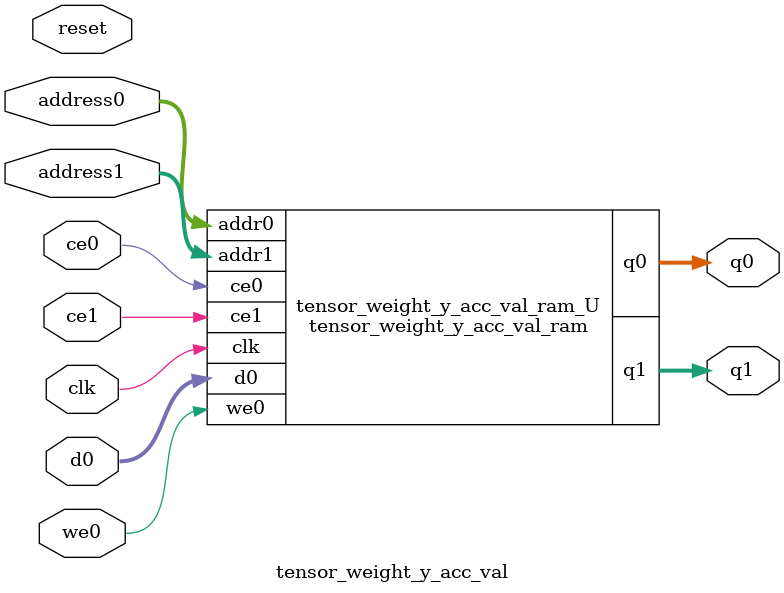
<source format=v>
`timescale 1 ns / 1 ps
module tensor_weight_y_acc_val_ram (addr0, ce0, d0, we0, q0, addr1, ce1, q1,  clk);

parameter DWIDTH = 32;
parameter AWIDTH = 3;
parameter MEM_SIZE = 6;

input[AWIDTH-1:0] addr0;
input ce0;
input[DWIDTH-1:0] d0;
input we0;
output reg[DWIDTH-1:0] q0;
input[AWIDTH-1:0] addr1;
input ce1;
output reg[DWIDTH-1:0] q1;
input clk;

(* ram_style = "distributed" *)reg [DWIDTH-1:0] ram[0:MEM_SIZE-1];




always @(posedge clk)  
begin 
    if (ce0) 
    begin
        if (we0) 
        begin 
            ram[addr0] <= d0; 
        end 
        q0 <= ram[addr0];
    end
end


always @(posedge clk)  
begin 
    if (ce1) 
    begin
        q1 <= ram[addr1];
    end
end


endmodule

`timescale 1 ns / 1 ps
module tensor_weight_y_acc_val(
    reset,
    clk,
    address0,
    ce0,
    we0,
    d0,
    q0,
    address1,
    ce1,
    q1);

parameter DataWidth = 32'd32;
parameter AddressRange = 32'd6;
parameter AddressWidth = 32'd3;
input reset;
input clk;
input[AddressWidth - 1:0] address0;
input ce0;
input we0;
input[DataWidth - 1:0] d0;
output[DataWidth - 1:0] q0;
input[AddressWidth - 1:0] address1;
input ce1;
output[DataWidth - 1:0] q1;



tensor_weight_y_acc_val_ram tensor_weight_y_acc_val_ram_U(
    .clk( clk ),
    .addr0( address0 ),
    .ce0( ce0 ),
    .we0( we0 ),
    .d0( d0 ),
    .q0( q0 ),
    .addr1( address1 ),
    .ce1( ce1 ),
    .q1( q1 ));

endmodule


</source>
